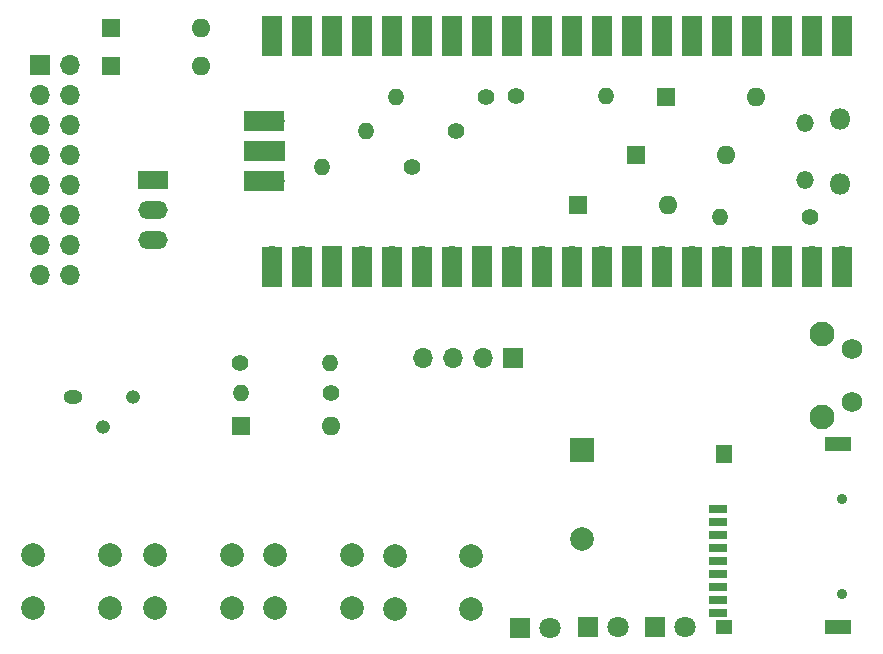
<source format=gbr>
%TF.GenerationSoftware,KiCad,Pcbnew,7.0.8*%
%TF.CreationDate,2023-11-12T18:19:46+02:00*%
%TF.ProjectId,PicoDrive,5069636f-4472-4697-9665-2e6b69636164,rev?*%
%TF.SameCoordinates,PX55854f8PY4548d10*%
%TF.FileFunction,Soldermask,Top*%
%TF.FilePolarity,Negative*%
%FSLAX46Y46*%
G04 Gerber Fmt 4.6, Leading zero omitted, Abs format (unit mm)*
G04 Created by KiCad (PCBNEW 7.0.8) date 2023-11-12 18:19:46*
%MOMM*%
%LPD*%
G01*
G04 APERTURE LIST*
%ADD10R,2.000000X2.000000*%
%ADD11C,2.000000*%
%ADD12O,1.800000X1.800000*%
%ADD13O,1.500000X1.500000*%
%ADD14O,1.700000X1.700000*%
%ADD15R,1.700000X3.500000*%
%ADD16R,1.700000X1.700000*%
%ADD17R,3.500000X1.700000*%
%ADD18C,1.400000*%
%ADD19O,1.400000X1.400000*%
%ADD20R,1.600000X1.600000*%
%ADD21O,1.600000X1.600000*%
%ADD22R,1.800000X1.800000*%
%ADD23C,1.800000*%
%ADD24C,0.900000*%
%ADD25R,1.600000X0.700000*%
%ADD26R,1.400000X1.600000*%
%ADD27R,2.200000X1.200000*%
%ADD28R,1.400000X1.200000*%
%ADD29O,1.600000X1.200000*%
%ADD30O,1.200000X1.200000*%
%ADD31C,2.100000*%
%ADD32C,1.750000*%
%ADD33R,2.500000X1.500000*%
%ADD34O,2.500000X1.500000*%
G04 APERTURE END LIST*
D10*
%TO.C,BZ1*%
X49300000Y-39800000D03*
D11*
X49300000Y-47400000D03*
%TD*%
D12*
%TO.C,U1*%
X71165000Y-11835000D03*
D13*
X68135000Y-12135000D03*
X68135000Y-16985000D03*
D12*
X71165000Y-17285000D03*
D14*
X71295000Y-5670000D03*
D15*
X71295000Y-4770000D03*
D14*
X68755000Y-5670000D03*
D15*
X68755000Y-4770000D03*
D16*
X66215000Y-5670000D03*
D15*
X66215000Y-4770000D03*
D14*
X63675000Y-5670000D03*
D15*
X63675000Y-4770000D03*
D14*
X61135000Y-5670000D03*
D15*
X61135000Y-4770000D03*
D14*
X58595000Y-5670000D03*
D15*
X58595000Y-4770000D03*
D14*
X56055000Y-5670000D03*
D15*
X56055000Y-4770000D03*
D16*
X53515000Y-5670000D03*
D15*
X53515000Y-4770000D03*
D14*
X50975000Y-5670000D03*
D15*
X50975000Y-4770000D03*
D14*
X48435000Y-5670000D03*
D15*
X48435000Y-4770000D03*
D14*
X45895000Y-5670000D03*
D15*
X45895000Y-4770000D03*
D14*
X43355000Y-5670000D03*
D15*
X43355000Y-4770000D03*
D16*
X40815000Y-5670000D03*
D15*
X40815000Y-4770000D03*
D14*
X38275000Y-5670000D03*
D15*
X38275000Y-4770000D03*
D14*
X35735000Y-5670000D03*
D15*
X35735000Y-4770000D03*
D14*
X33195000Y-5670000D03*
D15*
X33195000Y-4770000D03*
D14*
X30655000Y-5670000D03*
D15*
X30655000Y-4770000D03*
D16*
X28115000Y-5670000D03*
D15*
X28115000Y-4770000D03*
D14*
X25575000Y-5670000D03*
D15*
X25575000Y-4770000D03*
D14*
X23035000Y-5670000D03*
D15*
X23035000Y-4770000D03*
D14*
X23035000Y-23450000D03*
D15*
X23035000Y-24350000D03*
D14*
X25575000Y-23450000D03*
D15*
X25575000Y-24350000D03*
D16*
X28115000Y-23450000D03*
D15*
X28115000Y-24350000D03*
D14*
X30655000Y-23450000D03*
D15*
X30655000Y-24350000D03*
D14*
X33195000Y-23450000D03*
D15*
X33195000Y-24350000D03*
D14*
X35735000Y-23450000D03*
D15*
X35735000Y-24350000D03*
D14*
X38275000Y-23450000D03*
D15*
X38275000Y-24350000D03*
D16*
X40815000Y-23450000D03*
D15*
X40815000Y-24350000D03*
D14*
X43355000Y-23450000D03*
D15*
X43355000Y-24350000D03*
D14*
X45895000Y-23450000D03*
D15*
X45895000Y-24350000D03*
D14*
X48435000Y-23450000D03*
D15*
X48435000Y-24350000D03*
D14*
X50975000Y-23450000D03*
D15*
X50975000Y-24350000D03*
D16*
X53515000Y-23450000D03*
D15*
X53515000Y-24350000D03*
D14*
X56055000Y-23450000D03*
D15*
X56055000Y-24350000D03*
D14*
X58595000Y-23450000D03*
D15*
X58595000Y-24350000D03*
D14*
X61135000Y-23450000D03*
D15*
X61135000Y-24350000D03*
D14*
X63675000Y-23450000D03*
D15*
X63675000Y-24350000D03*
D16*
X66215000Y-23450000D03*
D15*
X66215000Y-24350000D03*
D14*
X68755000Y-23450000D03*
D15*
X68755000Y-24350000D03*
D14*
X71295000Y-23450000D03*
D15*
X71295000Y-24350000D03*
D14*
X23265000Y-12020000D03*
D17*
X22365000Y-12020000D03*
D16*
X23265000Y-14560000D03*
D17*
X22365000Y-14560000D03*
D14*
X23265000Y-17100000D03*
D17*
X22365000Y-17100000D03*
%TD*%
D16*
%TO.C,J1*%
X3435000Y-7255000D03*
D14*
X5975000Y-7255000D03*
X3435000Y-9795000D03*
X5975000Y-9795000D03*
X3435000Y-12335000D03*
X5975000Y-12335000D03*
X3435000Y-14875000D03*
X5975000Y-14875000D03*
X3435000Y-17415000D03*
X5975000Y-17415000D03*
X3435000Y-19955000D03*
X5975000Y-19955000D03*
X3435000Y-22495000D03*
X5975000Y-22495000D03*
X3435000Y-25035000D03*
X5975000Y-25035000D03*
%TD*%
D18*
%TO.C,R22*%
X43705000Y-9825000D03*
D19*
X51325000Y-9825000D03*
%TD*%
D18*
%TO.C,R6*%
X34935000Y-15850000D03*
D19*
X27315000Y-15850000D03*
%TD*%
D18*
%TO.C,R7*%
X38610000Y-12850000D03*
D19*
X30990000Y-12850000D03*
%TD*%
D20*
%TO.C,D2*%
X9455000Y-7350000D03*
D21*
X17075000Y-7350000D03*
%TD*%
D18*
%TO.C,R26*%
X28025000Y-35000000D03*
D19*
X20405000Y-35000000D03*
%TD*%
D22*
%TO.C,BL_LED1*%
X55475000Y-54862500D03*
D23*
X58015000Y-54862500D03*
%TD*%
D18*
%TO.C,R25*%
X20330000Y-32500000D03*
D19*
X27950000Y-32500000D03*
%TD*%
D22*
%TO.C,RD_LED1*%
X49775000Y-54862500D03*
D23*
X52315000Y-54862500D03*
%TD*%
D24*
%TO.C,J4*%
X71328145Y-44009968D03*
X71328145Y-52009968D03*
D25*
X60828145Y-44809968D03*
X60828145Y-45909968D03*
X60828145Y-47009968D03*
X60828145Y-48109968D03*
X60828145Y-49209968D03*
X60828145Y-50309968D03*
X60828145Y-51409968D03*
X60828145Y-52509968D03*
X60828145Y-53609968D03*
D26*
X61328145Y-40209968D03*
D27*
X70928145Y-39309968D03*
X70928145Y-54809968D03*
D28*
X61328145Y-54809968D03*
%TD*%
D29*
%TO.C,Q3*%
X6200000Y-35350000D03*
D30*
X8740000Y-37890000D03*
X11280000Y-35350000D03*
%TD*%
D20*
%TO.C,D11*%
X20400000Y-37775000D03*
D21*
X28020000Y-37775000D03*
%TD*%
D20*
%TO.C,D14*%
X53880000Y-14875000D03*
D21*
X61500000Y-14875000D03*
%TD*%
D16*
%TO.C,J3*%
X43490000Y-32075000D03*
D14*
X40950000Y-32075000D03*
X38410000Y-32075000D03*
X35870000Y-32075000D03*
%TD*%
D31*
%TO.C,SW_RST1*%
X69647500Y-30025000D03*
X69647500Y-37035000D03*
D32*
X72137500Y-31275000D03*
X72137500Y-35775000D03*
%TD*%
D18*
%TO.C,R8*%
X41175000Y-9975000D03*
D19*
X33555000Y-9975000D03*
%TD*%
D33*
%TO.C,U2*%
X12952500Y-16942500D03*
D34*
X12952500Y-19482500D03*
X12952500Y-22022500D03*
%TD*%
D18*
%TO.C,R21*%
X68600000Y-20100000D03*
D19*
X60980000Y-20100000D03*
%TD*%
D11*
%TO.C,SW_ENT1*%
X29800000Y-53250000D03*
X23300000Y-53250000D03*
X29800000Y-48750000D03*
X23300000Y-48750000D03*
%TD*%
D20*
%TO.C,D15*%
X56380000Y-9925000D03*
D21*
X64000000Y-9925000D03*
%TD*%
D22*
%TO.C,GR_LED1*%
X44010000Y-54887500D03*
D23*
X46550000Y-54887500D03*
%TD*%
D20*
%TO.C,D1*%
X9455000Y-4075000D03*
D21*
X17075000Y-4075000D03*
%TD*%
D11*
%TO.C,SW_NXT1*%
X19625000Y-53250000D03*
X13125000Y-53250000D03*
X19625000Y-48750000D03*
X13125000Y-48750000D03*
%TD*%
D20*
%TO.C,D12*%
X48965000Y-19050000D03*
D21*
X56585000Y-19050000D03*
%TD*%
D11*
%TO.C,SW_PRV1*%
X9300000Y-53250000D03*
X2800000Y-53250000D03*
X9300000Y-48750000D03*
X2800000Y-48750000D03*
%TD*%
%TO.C,SW_BCK1*%
X39925000Y-53300000D03*
X33425000Y-53300000D03*
X39925000Y-48800000D03*
X33425000Y-48800000D03*
%TD*%
M02*

</source>
